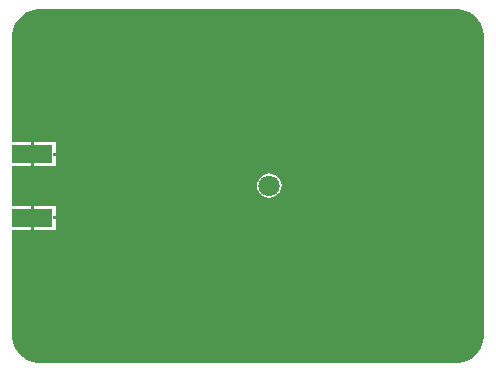
<source format=gbr>
G04*
G04 #@! TF.GenerationSoftware,Altium Limited,Altium Designer,24.9.1 (31)*
G04*
G04 Layer_Physical_Order=4*
G04 Layer_Color=16711680*
%FSLAX25Y25*%
%MOIN*%
G70*
G04*
G04 #@! TF.SameCoordinates,21B9ACB0-0D47-4127-AC64-11D31CE697AE*
G04*
G04*
G04 #@! TF.FilePolarity,Positive*
G04*
G01*
G75*
%ADD23R,0.13780X0.05906*%
%ADD41C,0.01575*%
%ADD45C,0.07087*%
%ADD46C,0.21654*%
%ADD47C,0.01772*%
G36*
X187008Y118110D02*
X187977D01*
X189879Y117732D01*
X191670Y116990D01*
X193282Y115913D01*
X194653Y114542D01*
X195730Y112930D01*
X196472Y111139D01*
X196850Y109237D01*
X196850Y108268D01*
X196850Y108268D01*
X196850Y108268D01*
X196850Y9843D01*
X196850Y8873D01*
X196472Y6972D01*
X195730Y5180D01*
X194653Y3568D01*
X193282Y2197D01*
X191670Y1120D01*
X189879Y378D01*
X187977Y0D01*
X187008Y0D01*
X187008Y0D01*
X187008Y0D01*
X48243D01*
X46342Y378D01*
X44550Y1120D01*
X42938Y2197D01*
X41567Y3568D01*
X40490Y5180D01*
X39748Y6972D01*
X39370Y8873D01*
Y9843D01*
Y44472D01*
X45760D01*
Y45580D01*
X46760D01*
Y44472D01*
X54150D01*
Y47925D01*
X53042D01*
Y48925D01*
X54150D01*
Y52378D01*
X46760D01*
Y51270D01*
X45760D01*
Y52378D01*
X39370D01*
Y65732D01*
X45760D01*
Y66840D01*
X46760D01*
Y65732D01*
X54150D01*
Y69185D01*
X53042D01*
Y70185D01*
X54150D01*
Y73638D01*
X46760D01*
Y72530D01*
X45760D01*
Y73638D01*
X39370D01*
Y108268D01*
Y109237D01*
X39748Y111139D01*
X40490Y112930D01*
X41567Y114542D01*
X42938Y115913D01*
X44550Y116990D01*
X46342Y117732D01*
X48243Y118110D01*
X49213D01*
Y118110D01*
X187008Y118110D01*
D02*
G37*
%LPC*%
G36*
X125197Y63240D02*
X124141Y63101D01*
X123158Y62693D01*
X122313Y62045D01*
X121665Y61200D01*
X121258Y60217D01*
X121119Y59161D01*
X121258Y58106D01*
X121665Y57122D01*
X122313Y56278D01*
X123158Y55630D01*
X124141Y55222D01*
X125197Y55083D01*
X126252Y55222D01*
X127236Y55630D01*
X128081Y56278D01*
X128729Y57122D01*
X129136Y58106D01*
X129275Y59161D01*
X129136Y60217D01*
X128729Y61200D01*
X128081Y62045D01*
X127236Y62693D01*
X126252Y63101D01*
X125197Y63240D01*
D02*
G37*
%LPD*%
D23*
X46260Y69685D02*
D03*
Y48425D02*
D03*
D41*
X169747Y88000D02*
D03*
X169669Y85426D02*
D03*
X179209Y84528D02*
D03*
X181755Y84144D02*
D03*
X183931Y82768D02*
D03*
X185318Y80599D02*
D03*
X185709Y78054D02*
D03*
Y75479D02*
D03*
Y72904D02*
D03*
Y70329D02*
D03*
Y67755D02*
D03*
X185411Y65197D02*
D03*
X184133Y62962D02*
D03*
X182048Y61452D02*
D03*
X179520Y60960D02*
D03*
X176945D02*
D03*
X174371D02*
D03*
X171796D02*
D03*
X169221D02*
D03*
X166646D02*
D03*
X164072D02*
D03*
X161497D02*
D03*
X158922D02*
D03*
X156347D02*
D03*
X153772D02*
D03*
X151198D02*
D03*
X148755Y61773D02*
D03*
X146226Y61288D02*
D03*
X143683Y61695D02*
D03*
X141109Y61693D02*
D03*
X138534Y61695D02*
D03*
X135959Y61716D02*
D03*
X133385Y61773D02*
D03*
X130942Y60960D02*
D03*
X128819Y62417D02*
D03*
X126655Y63813D02*
D03*
X124083Y63909D02*
D03*
X121823Y62675D02*
D03*
X120507Y60462D02*
D03*
X120502Y57887D02*
D03*
X121806Y55667D02*
D03*
X124060Y54422D02*
D03*
X126633Y54500D02*
D03*
X128804Y55885D02*
D03*
X130913Y57363D02*
D03*
X138505Y56628D02*
D03*
X141079D02*
D03*
X143654D02*
D03*
X151146Y57363D02*
D03*
X153721D02*
D03*
X156296D02*
D03*
X158871D02*
D03*
X161445D02*
D03*
X164020D02*
D03*
X166595D02*
D03*
X169170D02*
D03*
X171745D02*
D03*
X174319D02*
D03*
X176894D02*
D03*
X179469D02*
D03*
X182023Y57691D02*
D03*
X184408Y58661D02*
D03*
X186465Y60209D02*
D03*
X188012Y62268D02*
D03*
X188981Y64653D02*
D03*
X189307Y67207D02*
D03*
Y69782D02*
D03*
Y72357D02*
D03*
Y74932D02*
D03*
Y77507D02*
D03*
X189156Y80077D02*
D03*
X188379Y82532D02*
D03*
X186978Y84692D02*
D03*
X185084Y86437D02*
D03*
X182773Y87570D02*
D03*
X180248Y88075D02*
D03*
X112636Y83742D02*
D03*
X110061Y83690D02*
D03*
X107487Y83742D02*
D03*
X97393Y82794D02*
D03*
X97333Y80220D02*
D03*
X107070Y78702D02*
D03*
X109644Y78676D02*
D03*
X112219D02*
D03*
X114778Y78965D02*
D03*
X117326Y78597D02*
D03*
X119769Y79410D02*
D03*
X122326Y79109D02*
D03*
X124899Y79208D02*
D03*
X125712Y81651D02*
D03*
X83866Y83742D02*
D03*
X81292Y83677D02*
D03*
X78718Y83742D02*
D03*
X71069Y83007D02*
D03*
X68513Y82690D02*
D03*
X66126Y81727D02*
D03*
X64060Y80190D02*
D03*
X62507Y78136D02*
D03*
X61531Y75754D02*
D03*
X61193Y73201D02*
D03*
Y70626D02*
D03*
Y68051D02*
D03*
X61014Y65483D02*
D03*
X59878Y63173D02*
D03*
X57889Y61537D02*
D03*
X55404Y60866D02*
D03*
X53973Y63006D02*
D03*
X51417Y63320D02*
D03*
X48842D02*
D03*
X46268D02*
D03*
X43693D02*
D03*
X41118D02*
D03*
X40833Y54790D02*
D03*
X43408D02*
D03*
X45983D02*
D03*
X48558D02*
D03*
X51133D02*
D03*
X53704Y54924D02*
D03*
X54795Y57256D02*
D03*
X57355Y57538D02*
D03*
X59751Y58480D02*
D03*
X61842Y59982D02*
D03*
X63419Y62018D02*
D03*
X64417Y64391D02*
D03*
X64792Y66938D02*
D03*
X64791Y69513D02*
D03*
Y72088D02*
D03*
X64933Y74659D02*
D03*
X66024Y76991D02*
D03*
X67980Y78666D02*
D03*
X70452Y79386D02*
D03*
X72979Y78892D02*
D03*
X75554D02*
D03*
X78123Y78724D02*
D03*
X80698Y78676D02*
D03*
X83272D02*
D03*
X94249Y81257D02*
D03*
X137695Y89076D02*
D03*
X135238Y88306D02*
D03*
X132666Y88427D02*
D03*
X130091D02*
D03*
X128598Y86329D02*
D03*
X135232Y84357D02*
D03*
X137686Y83577D02*
D03*
X140260D02*
D03*
X142820Y83854D02*
D03*
X150541Y83794D02*
D03*
X153115D02*
D03*
X155690D02*
D03*
X166585Y86457D02*
D03*
X157958Y88403D02*
D03*
X155424Y88860D02*
D03*
X152849D02*
D03*
X150275Y88809D02*
D03*
X147703Y88939D02*
D03*
X145129Y88878D02*
D03*
X142556Y88977D02*
D03*
D45*
X125197Y59161D02*
D03*
D46*
X183071Y104331D02*
D03*
X53150Y13780D02*
D03*
X183071D02*
D03*
X53150Y104331D02*
D03*
D47*
X194882Y94488D02*
D03*
Y70866D02*
D03*
X188976Y59055D02*
D03*
X194882Y47244D02*
D03*
X188976Y35433D02*
D03*
X194882Y23622D02*
D03*
X183071Y70866D02*
D03*
Y47244D02*
D03*
X177165Y35433D02*
D03*
X165354Y106299D02*
D03*
X171260Y94488D02*
D03*
Y70866D02*
D03*
Y47244D02*
D03*
X165354Y35433D02*
D03*
X171260Y23622D02*
D03*
X165354Y11811D02*
D03*
X153543Y106299D02*
D03*
X159449Y94488D02*
D03*
Y70866D02*
D03*
Y47244D02*
D03*
X153543Y35433D02*
D03*
X159449Y23622D02*
D03*
X153543Y11811D02*
D03*
X141732Y106299D02*
D03*
X147638Y94488D02*
D03*
Y70866D02*
D03*
Y47244D02*
D03*
X141732Y35433D02*
D03*
X147638Y23622D02*
D03*
X141732Y11811D02*
D03*
X135827Y94488D02*
D03*
Y70866D02*
D03*
Y47244D02*
D03*
X129921Y35433D02*
D03*
X135827Y23622D02*
D03*
X129921Y11811D02*
D03*
X124016Y70866D02*
D03*
X118110Y59055D02*
D03*
X124016Y47244D02*
D03*
X118110Y35433D02*
D03*
X124016Y23622D02*
D03*
X118110Y11811D02*
D03*
X112205Y94488D02*
D03*
Y70866D02*
D03*
X106299Y59055D02*
D03*
X112205Y47244D02*
D03*
X106299Y35433D02*
D03*
X112205Y23622D02*
D03*
X106299Y11811D02*
D03*
X100394Y94488D02*
D03*
Y70866D02*
D03*
X94488Y59055D02*
D03*
X100394Y47244D02*
D03*
X94488Y35433D02*
D03*
X100394Y23622D02*
D03*
X94488Y11811D02*
D03*
X82677Y106299D02*
D03*
X88583Y94488D02*
D03*
Y70866D02*
D03*
X82677Y59055D02*
D03*
X88583Y47244D02*
D03*
X82677Y35433D02*
D03*
X88583Y23622D02*
D03*
X82677Y11811D02*
D03*
X70866Y106299D02*
D03*
X76772Y70866D02*
D03*
X70866Y59055D02*
D03*
X76772Y47244D02*
D03*
X70866Y35433D02*
D03*
X76772Y23622D02*
D03*
X70866Y11811D02*
D03*
X64961Y94488D02*
D03*
X59055Y82677D02*
D03*
X64961Y47244D02*
D03*
X59055Y35433D02*
D03*
X64961Y23622D02*
D03*
X47244Y82677D02*
D03*
Y35433D02*
D03*
M02*

</source>
